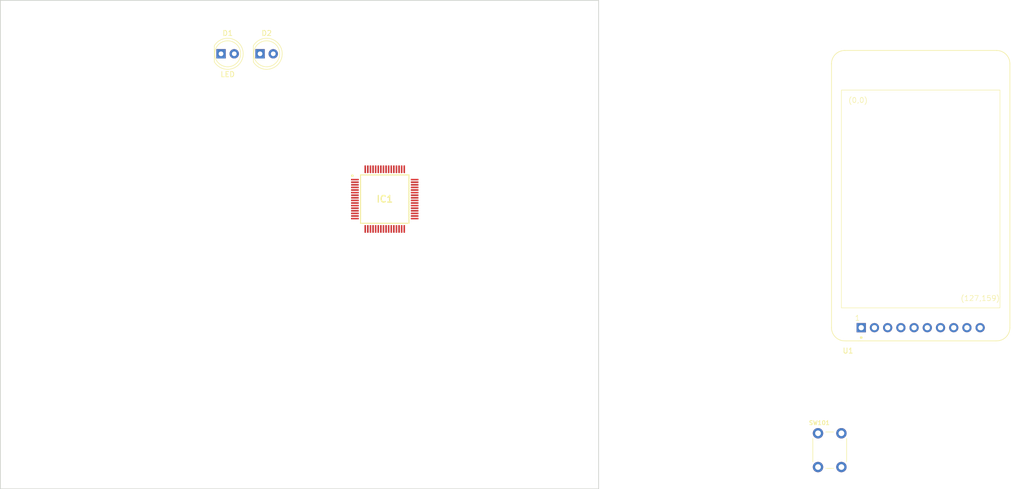
<source format=kicad_pcb>
(kicad_pcb (version 20221018) (generator pcbnew)
  (title_block (title "ECE 445L Baseline Project") (date "2023-12-11") (rev "v1.0.0") (company "The University of Texas at Austin"))
  (layers (0 "F.Cu" signal) (31 "B.Cu" signal) (34 "B.Paste" user) (35 "F.Paste" user) (36 "B.SilkS" user "B.Silkscreen") (37 "F.SilkS" user "F.Silkscreen") (38 "B.Mask" user) (39 "F.Mask" user) (44 "Edge.Cuts" user))
  (net 0 "")
  (net 2 "GND")
  (net 5 "/SW_UP")
  (footprint "ECE445L:LED_D5.0mm" (layer "F.Cu") (at 74.415 41.275)
    (fp_text reference "D1" (at 1.27 -3.96) (layer "F.SilkS"))
    (fp_text value "LED" (at 1.27 3.96) (layer "F.SilkS"))
    (fp_line (start -1.29 -1.545) (end -1.29 1.545) (stroke (width 0.12)) (layer "F.SilkS"))
    (fp_arc (start -1.29 -1.54483) (mid 2.072002 -2.880433) (end 4.26 0.000462) (stroke (width 0.12)) (layer "F.SilkS"))
    (fp_arc (start 4.26 -0.000462) (mid 2.072002 2.880433) (end -1.29 1.54483) (stroke (width 0.12)) (layer "F.SilkS"))
    (fp_circle (center 1.27 0) (end 3.77 0) (stroke (width 0.12)) (fill none) (layer "F.SilkS"))
    (pad "1" thru_hole rect (at 0 0) (size 1.8 1.8) (drill 0.9) (layers "*.Cu" "*.Mask"))
    (pad "2" thru_hole circle (at 2.54 0) (size 1.8 1.8) (drill 0.9) (layers "*.Cu" "*.Mask"))
  )
  (footprint "Button_Switch_THT:SW_PUSH_6mm" (layer "F.Cu") (at 189.175 120.8 90)
    (fp_text reference "SW101" (at 8.5 0.25 180) (layer "F.SilkS") (effects (font (size 0.8 0.8))))
    (fp_text value "UP")
    (fp_line (start -0.25 1.5) (end -0.25 3) (stroke (width 0.12)) (layer "F.SilkS"))
    (fp_line (start 1 5.5) (end 5.5 5.5) (stroke (width 0.12)) (layer "F.SilkS"))
    (fp_line (start 5.5 -1) (end 1 -1) (stroke (width 0.12)) (layer "F.SilkS"))
    (fp_line (start 6.75 3) (end 6.75 1.5) (stroke (width 0.12)) (layer "F.SilkS"))
    (pad "1" thru_hole circle (at 0 0 180) (size 2 2) (drill 1.1) (layers "*.Cu" "*.Mask") (net 2 "GND"))
    (pad "1" thru_hole circle (at 6.5 0 180) (size 2 2) (drill 1.1) (layers "*.Cu" "*.Mask") (net 2 "GND"))
    (pad "2" thru_hole circle (at 0 4.5 180) (size 2 2) (drill 1.1) (layers "*.Cu" "*.Mask") (net 5 "/SW_UP"))
    (pad "2" thru_hole circle (at 6.5 4.5 180) (size 2 2) (drill 1.1) (layers "*.Cu" "*.Mask") (net 5 "/SW_UP"))
  )
  (footprint "ECE445L:LED_D5.0mm" (layer "F.Cu") (at 81.915 41.275)
    (fp_text reference "D2" (at 1.27 -3.96) (layer "F.SilkS"))
    (fp_text value "LED" hide)
    (fp_line (start -1.29 -1.545) (end -1.29 1.545) (stroke (width 0.12)) (layer "F.SilkS"))
    (fp_arc (start -1.29 -1.54483) (mid 2.072002 -2.880433) (end 4.26 0.000462) (stroke (width 0.12)) (layer "F.SilkS"))
    (fp_arc (start 4.26 -0.000462) (mid 2.072002 2.880433) (end -1.29 1.54483) (stroke (width 0.12)) (layer "F.SilkS"))
    (fp_circle (center 1.27 0) (end 3.77 0) (stroke (width 0.12)) (fill none) (layer "F.SilkS"))
    (pad "1" thru_hole rect (at 0 0) (size 1.8 1.8) (drill 0.9) (layers "*.Cu" "*.Mask"))
    (pad "2" thru_hole circle (at 2.54 0) (size 1.8 1.8) (drill 0.9) (layers "*.Cu" "*.Mask"))
  )
  (footprint "ECE445L:adafruit_st7735r2" (layer "F.Cu") (at 208.915 68.58)
    (fp_text reference "U1" (at -13.97 29.845) (layer "F.SilkS"))
    (fp_text value "Adafruit ST7735R")
    (fp_text user "1" (at -12.7 24.13 unlocked) (layer "F.SilkS") (effects (font (thickness 0.1)) (justify left bottom)))
    (fp_text user "(0,0)" (at -13.97 -17.78 unlocked) (layer "F.SilkS") (effects (font (thickness 0.1)) (justify left bottom)))
    (fp_text user "(127,159)" (at 7.62 20.32 unlocked) (layer "F.SilkS") (effects (font (thickness 0.1)) (justify left bottom)))
    (fp_line (start -17.145 -25.4) (end -17.145 25.4) (stroke (width 0.127)) (layer "F.SilkS"))
    (fp_line (start -14.605 27.94) (end 14.605 27.94) (stroke (width 0.127)) (layer "F.SilkS"))
    (fp_line (start 14.605 -27.94) (end -14.605 -27.94) (stroke (width 0.127)) (layer "F.SilkS"))
    (fp_line (start 17.145 25.4) (end 17.145 -25.4) (stroke (width 0.127)) (layer "F.SilkS"))
    (fp_rect (start -15.24 -20.32) (end 15.24 21.59) (stroke (width 0.1)) (fill none) (layer "F.SilkS"))
    (fp_arc (start -17.145 -25.4) (mid -16.401051 -27.196051) (end -14.605 -27.94) (stroke (width 0.127)) (layer "F.SilkS"))
    (fp_arc (start -14.605 27.94) (mid -16.401051 27.196051) (end -17.145 25.4) (stroke (width 0.127)) (layer "F.SilkS"))
    (fp_arc (start 14.605 -27.94) (mid 16.401051 -27.196051) (end 17.145 -25.4) (stroke (width 0.127)) (layer "F.SilkS"))
    (fp_arc (start 17.145 25.4) (mid 16.401051 27.196051) (end 14.605 27.94) (stroke (width 0.127)) (layer "F.SilkS"))
    (fp_circle (center -11.43 27.305) (end -11.2776 27.305) (stroke (width 0.2032)) (fill none) (layer "F.SilkS"))
    (pad "" np_thru_hole circle (at -14.605 -25.4 90) (size 2.2 2.2) (drill 2.2) (layers "*.Cu" "*.Mask"))
    (pad "" np_thru_hole circle (at -14.605 25.4 90) (size 2.2 2.2) (drill 2.2) (layers "F&B.Cu" "*.Mask"))
    (pad "" np_thru_hole circle (at 14.605 -25.4 90) (size 2.2 2.2) (drill 2.2) (layers "F&B.Cu" "*.Mask"))
    (pad "" np_thru_hole circle (at 14.605 25.4 90) (size 2.2 2.2) (drill 2.2) (layers "F&B.Cu" "*.Mask"))
    (pad "1" thru_hole rect (at -11.43 25.4 90) (size 1.778 1.778) (drill 1.016) (layers "*.Cu" "*.Mask"))
    (pad "2" thru_hole circle (at -8.89 25.4 90) (size 1.778 1.778) (drill 1.016) (layers "*.Cu" "*.Mask"))
    (pad "3" thru_hole circle (at -6.35 25.4 90) (size 1.778 1.778) (drill 1.016) (layers "*.Cu" "*.Mask"))
    (pad "4" thru_hole circle (at -3.81 25.4 90) (size 1.778 1.778) (drill 1.016) (layers "*.Cu" "*.Mask"))
    (pad "5" thru_hole circle (at -1.27 25.4 90) (size 1.778 1.778) (drill 1.016) (layers "*.Cu" "*.Mask"))
    (pad "6" thru_hole circle (at 1.27 25.4 90) (size 1.778 1.778) (drill 1.016) (layers "*.Cu" "*.Mask"))
    (pad "7" thru_hole circle (at 3.81 25.4 90) (size 1.778 1.778) (drill 1.016) (layers "*.Cu" "*.Mask"))
    (pad "8" thru_hole circle (at 6.35 25.4 90) (size 1.778 1.778) (drill 1.016) (layers "*.Cu" "*.Mask"))
    (pad "9" thru_hole circle (at 8.89 25.4 90) (size 1.778 1.778) (drill 1.016) (layers "*.Cu" "*.Mask"))
    (pad "10" thru_hole circle (at 11.43 25.4 90) (size 1.778 1.778) (drill 1.016) (layers "*.Cu" "*.Mask"))
  )
  (footprint "ECE445L:QFP50P1200X1200X160-64N" (layer "F.Cu") (at 105.89 69.238)
    (fp_text reference "IC1" (at 0 0) (layer "F.SilkS") (effects (font (size 1.27 1.27) (thickness 0.254))))
    (fp_text value "TM4C123GH6PMIR" hide)
    (fp_line (start -4.65 -4.65) (end 4.65 -4.65) (stroke (width 0.2)) (layer "F.SilkS"))
    (fp_line (start -4.65 4.65) (end -4.65 -4.65) (stroke (width 0.2)) (layer "F.SilkS"))
    (fp_line (start 4.65 -4.65) (end 4.65 4.65) (stroke (width 0.2)) (layer "F.SilkS"))
    (fp_line (start 4.65 4.65) (end -4.65 4.65) (stroke (width 0.2)) (layer "F.SilkS"))
    (fp_circle (center -6.225 -4.5) (end -6.225 -4.375) (stroke (width 0.25)) (fill none) (layer "F.SilkS"))
    (pad "1" smd rect (at -5.738 -3.75 90) (size 0.3 1.475) (layers "F.Cu" "F.Paste" "F.Mask"))
    (pad "2" smd rect (at -5.738 -3.25 90) (size 0.3 1.475) (layers "F.Cu" "F.Paste" "F.Mask"))
    (pad "3" smd rect (at -5.738 -2.75 90) (size 0.3 1.475) (layers "F.Cu" "F.Paste" "F.Mask"))
    (pad "4" smd rect (at -5.738 -2.25 90) (size 0.3 1.475) (layers "F.Cu" "F.Paste" "F.Mask"))
    (pad "5" smd rect (at -5.738 -1.75 90) (size 0.3 1.475) (layers "F.Cu" "F.Paste" "F.Mask"))
    (pad "6" smd rect (at -5.738 -1.25 90) (size 0.3 1.475) (layers "F.Cu" "F.Paste" "F.Mask"))
    (pad "7" smd rect (at -5.738 -0.75 90) (size 0.3 1.475) (layers "F.Cu" "F.Paste" "F.Mask"))
    (pad "8" smd rect (at -5.738 -0.25 90) (size 0.3 1.475) (layers "F.Cu" "F.Paste" "F.Mask"))
    (pad "9" smd rect (at -5.738 0.25 90) (size 0.3 1.475) (layers "F.Cu" "F.Paste" "F.Mask"))
    (pad "10" smd rect (at -5.738 0.75 90) (size 0.3 1.475) (layers "F.Cu" "F.Paste" "F.Mask"))
    (pad "11" smd rect (at -5.738 1.25 90) (size 0.3 1.475) (layers "F.Cu" "F.Paste" "F.Mask"))
    (pad "12" smd rect (at -5.738 1.75 90) (size 0.3 1.475) (layers "F.Cu" "F.Paste" "F.Mask"))
    (pad "13" smd rect (at -5.738 2.25 90) (size 0.3 1.475) (layers "F.Cu" "F.Paste" "F.Mask"))
    (pad "14" smd rect (at -5.738 2.75 90) (size 0.3 1.475) (layers "F.Cu" "F.Paste" "F.Mask"))
    (pad "15" smd rect (at -5.738 3.25 90) (size 0.3 1.475) (layers "F.Cu" "F.Paste" "F.Mask"))
    (pad "16" smd rect (at -5.738 3.75 90) (size 0.3 1.475) (layers "F.Cu" "F.Paste" "F.Mask"))
    (pad "17" smd rect (at -3.75 5.738) (size 0.3 1.475) (layers "F.Cu" "F.Paste" "F.Mask"))
    (pad "18" smd rect (at -3.25 5.738) (size 0.3 1.475) (layers "F.Cu" "F.Paste" "F.Mask"))
    (pad "19" smd rect (at -2.75 5.738) (size 0.3 1.475) (layers "F.Cu" "F.Paste" "F.Mask"))
    (pad "20" smd rect (at -2.25 5.738) (size 0.3 1.475) (layers "F.Cu" "F.Paste" "F.Mask"))
    (pad "21" smd rect (at -1.75 5.738) (size 0.3 1.475) (layers "F.Cu" "F.Paste" "F.Mask"))
    (pad "22" smd rect (at -1.25 5.738) (size 0.3 1.475) (layers "F.Cu" "F.Paste" "F.Mask"))
    (pad "23" smd rect (at -0.75 5.738) (size 0.3 1.475) (layers "F.Cu" "F.Paste" "F.Mask"))
    (pad "24" smd rect (at -0.25 5.738) (size 0.3 1.475) (layers "F.Cu" "F.Paste" "F.Mask"))
    (pad "25" smd rect (at 0.25 5.738) (size 0.3 1.475) (layers "F.Cu" "F.Paste" "F.Mask"))
    (pad "26" smd rect (at 0.75 5.738) (size 0.3 1.475) (layers "F.Cu" "F.Paste" "F.Mask"))
    (pad "27" smd rect (at 1.25 5.738) (size 0.3 1.475) (layers "F.Cu" "F.Paste" "F.Mask"))
    (pad "28" smd rect (at 1.75 5.738) (size 0.3 1.475) (layers "F.Cu" "F.Paste" "F.Mask"))
    (pad "29" smd rect (at 2.25 5.738) (size 0.3 1.475) (layers "F.Cu" "F.Paste" "F.Mask"))
    (pad "30" smd rect (at 2.75 5.738) (size 0.3 1.475) (layers "F.Cu" "F.Paste" "F.Mask"))
    (pad "31" smd rect (at 3.25 5.738) (size 0.3 1.475) (layers "F.Cu" "F.Paste" "F.Mask"))
    (pad "32" smd rect (at 3.75 5.738) (size 0.3 1.475) (layers "F.Cu" "F.Paste" "F.Mask"))
    (pad "33" smd rect (at 5.738 3.75 90) (size 0.3 1.475) (layers "F.Cu" "F.Paste" "F.Mask"))
    (pad "34" smd rect (at 5.738 3.25 90) (size 0.3 1.475) (layers "F.Cu" "F.Paste" "F.Mask"))
    (pad "35" smd rect (at 5.738 2.75 90) (size 0.3 1.475) (layers "F.Cu" "F.Paste" "F.Mask"))
    (pad "36" smd rect (at 5.738 2.25 90) (size 0.3 1.475) (layers "F.Cu" "F.Paste" "F.Mask"))
    (pad "37" smd rect (at 5.738 1.75 90) (size 0.3 1.475) (layers "F.Cu" "F.Paste" "F.Mask"))
    (pad "38" smd rect (at 5.738 1.25 90) (size 0.3 1.475) (layers "F.Cu" "F.Paste" "F.Mask"))
    (pad "39" smd rect (at 5.738 0.75 90) (size 0.3 1.475) (layers "F.Cu" "F.Paste" "F.Mask"))
    (pad "40" smd rect (at 5.738 0.25 90) (size 0.3 1.475) (layers "F.Cu" "F.Paste" "F.Mask"))
    (pad "41" smd rect (at 5.738 -0.25 90) (size 0.3 1.475) (layers "F.Cu" "F.Paste" "F.Mask"))
    (pad "42" smd rect (at 5.738 -0.75 90) (size 0.3 1.475) (layers "F.Cu" "F.Paste" "F.Mask"))
    (pad "43" smd rect (at 5.738 -1.25 90) (size 0.3 1.475) (layers "F.Cu" "F.Paste" "F.Mask"))
    (pad "44" smd rect (at 5.738 -1.75 90) (size 0.3 1.475) (layers "F.Cu" "F.Paste" "F.Mask"))
    (pad "45" smd rect (at 5.738 -2.25 90) (size 0.3 1.475) (layers "F.Cu" "F.Paste" "F.Mask"))
    (pad "46" smd rect (at 5.738 -2.75 90) (size 0.3 1.475) (layers "F.Cu" "F.Paste" "F.Mask"))
    (pad "47" smd rect (at 5.738 -3.25 90) (size 0.3 1.475) (layers "F.Cu" "F.Paste" "F.Mask"))
    (pad "48" smd rect (at 5.738 -3.75 90) (size 0.3 1.475) (layers "F.Cu" "F.Paste" "F.Mask"))
    (pad "49" smd rect (at 3.75 -5.738) (size 0.3 1.475) (layers "F.Cu" "F.Paste" "F.Mask"))
    (pad "50" smd rect (at 3.25 -5.738) (size 0.3 1.475) (layers "F.Cu" "F.Paste" "F.Mask"))
    (pad "51" smd rect (at 2.75 -5.738) (size 0.3 1.475) (layers "F.Cu" "F.Paste" "F.Mask"))
    (pad "52" smd rect (at 2.25 -5.738) (size 0.3 1.475) (layers "F.Cu" "F.Paste" "F.Mask"))
    (pad "53" smd rect (at 1.75 -5.738) (size 0.3 1.475) (layers "F.Cu" "F.Paste" "F.Mask"))
    (pad "54" smd rect (at 1.25 -5.738) (size 0.3 1.475) (layers "F.Cu" "F.Paste" "F.Mask"))
    (pad "55" smd rect (at 0.75 -5.738) (size 0.3 1.475) (layers "F.Cu" "F.Paste" "F.Mask"))
    (pad "56" smd rect (at 0.25 -5.738) (size 0.3 1.475) (layers "F.Cu" "F.Paste" "F.Mask"))
    (pad "57" smd rect (at -0.25 -5.738) (size 0.3 1.475) (layers "F.Cu" "F.Paste" "F.Mask"))
    (pad "58" smd rect (at -0.75 -5.738) (size 0.3 1.475) (layers "F.Cu" "F.Paste" "F.Mask"))
    (pad "59" smd rect (at -1.25 -5.738) (size 0.3 1.475) (layers "F.Cu" "F.Paste" "F.Mask"))
    (pad "60" smd rect (at -1.75 -5.738) (size 0.3 1.475) (layers "F.Cu" "F.Paste" "F.Mask"))
    (pad "61" smd rect (at -2.25 -5.738) (size 0.3 1.475) (layers "F.Cu" "F.Paste" "F.Mask"))
    (pad "62" smd rect (at -2.75 -5.738) (size 0.3 1.475) (layers "F.Cu" "F.Paste" "F.Mask"))
    (pad "63" smd rect (at -3.25 -5.738) (size 0.3 1.475) (layers "F.Cu" "F.Paste" "F.Mask"))
    (pad "64" smd rect (at -3.75 -5.738) (size 0.3 1.475) (layers "F.Cu" "F.Paste" "F.Mask"))
  )
  (gr_rect (start 32 31) (end 147 125) (stroke (width 0.15)) (fill none) (layer "Edge.Cuts"))
)
</source>
